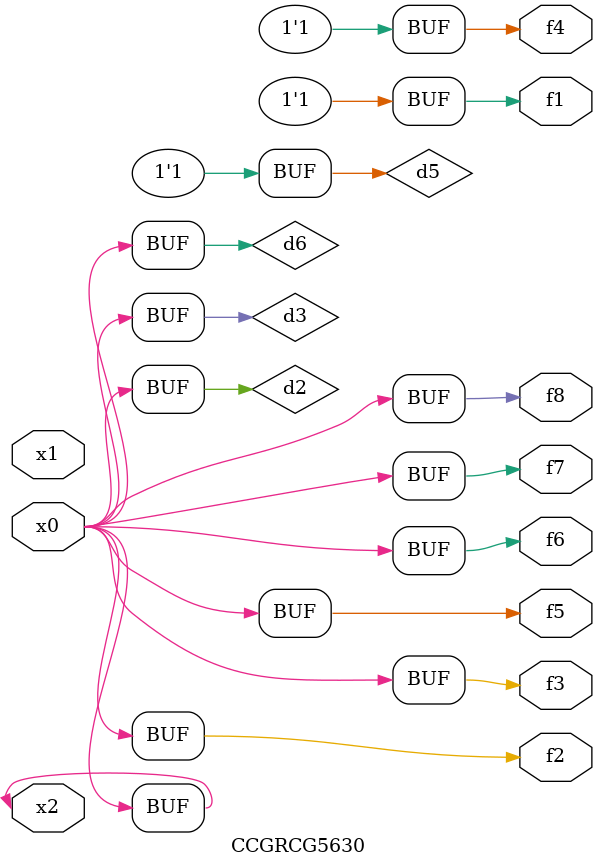
<source format=v>
module CCGRCG5630(
	input x0, x1, x2,
	output f1, f2, f3, f4, f5, f6, f7, f8
);

	wire d1, d2, d3, d4, d5, d6;

	xnor (d1, x2);
	buf (d2, x0, x2);
	and (d3, x0);
	xnor (d4, x1, x2);
	nand (d5, d1, d3);
	buf (d6, d2, d3);
	assign f1 = d5;
	assign f2 = d6;
	assign f3 = d6;
	assign f4 = d5;
	assign f5 = d6;
	assign f6 = d6;
	assign f7 = d6;
	assign f8 = d6;
endmodule

</source>
